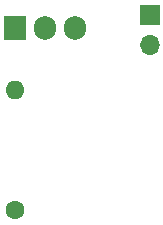
<source format=gbr>
G04 #@! TF.GenerationSoftware,KiCad,Pcbnew,(5.1.5)-3*
G04 #@! TF.CreationDate,2020-02-22T22:04:32-08:00*
G04 #@! TF.ProjectId,BWTHrev2,42575448-7265-4763-922e-6b696361645f,rev?*
G04 #@! TF.SameCoordinates,Original*
G04 #@! TF.FileFunction,Copper,L2,Bot*
G04 #@! TF.FilePolarity,Positive*
%FSLAX46Y46*%
G04 Gerber Fmt 4.6, Leading zero omitted, Abs format (unit mm)*
G04 Created by KiCad (PCBNEW (5.1.5)-3) date 2020-02-22 22:04:32*
%MOMM*%
%LPD*%
G04 APERTURE LIST*
%ADD10R,1.700000X1.700000*%
%ADD11O,1.700000X1.700000*%
%ADD12C,1.600000*%
%ADD13O,1.600000X1.600000*%
%ADD14R,1.905000X2.000000*%
%ADD15O,1.905000X2.000000*%
G04 APERTURE END LIST*
D10*
X162560000Y-105410000D03*
D11*
X162560000Y-107950000D03*
D12*
X151130000Y-121920000D03*
D13*
X151130000Y-111760000D03*
D14*
X151165001Y-106535001D03*
D15*
X153705001Y-106535001D03*
X156245001Y-106535001D03*
M02*

</source>
